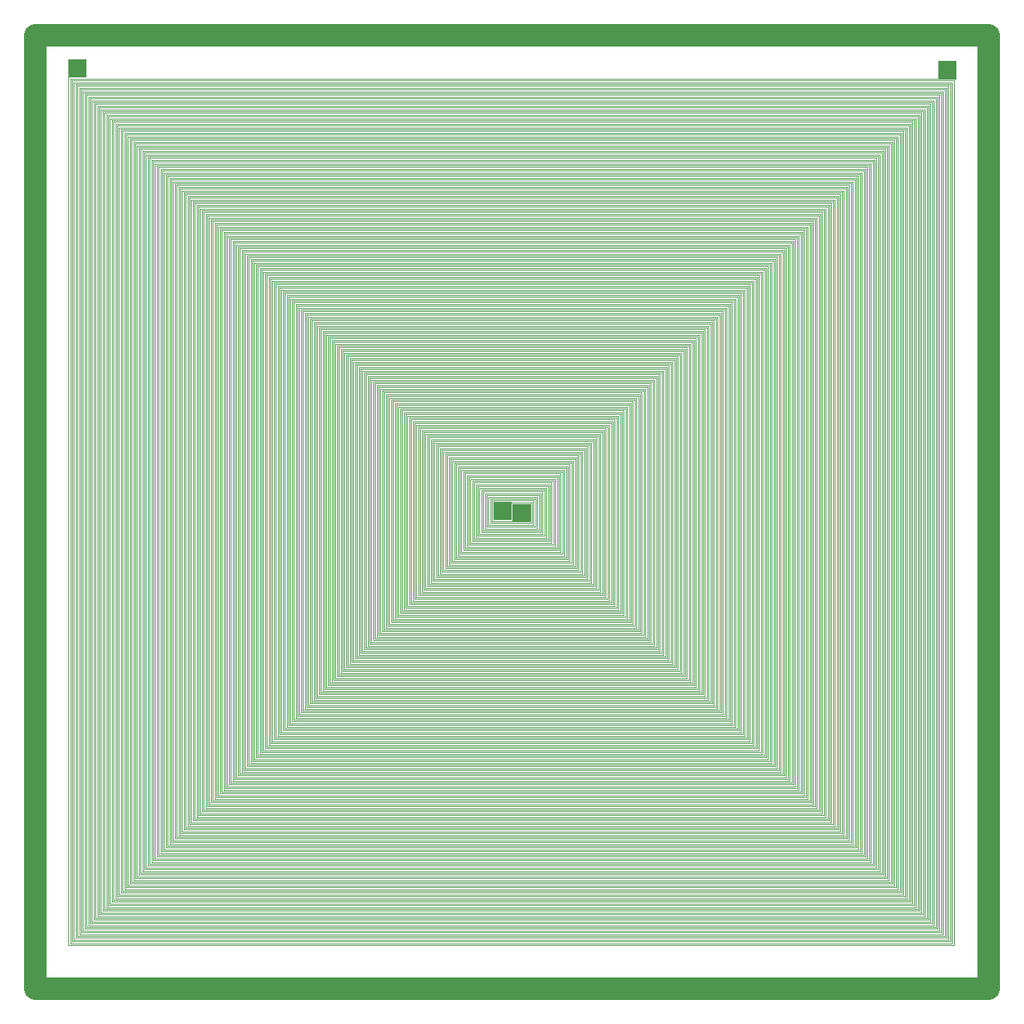
<source format=gbr>
G04 start of page 2 for group 0 idx 0 *
G04 Title: (unknown), component *
G04 Creator: pcb 1.99y *
G04 CreationDate: Mon Mar  9 18:38:28 2009 UTC *
G04 For: dj *
G04 Format: Gerber/RS-274X *
G04 PCB-Dimensions: 432800 432800 *
G04 PCB-Coordinate-Origin: lower left *
%MOIN*%
%FSLAX25Y25*%
%LNFRONT*%
%ADD11C,0.0040*%
%ADD12C,0.1000*%
%ADD13C,0.0200*%
%ADD14C,0.0300*%
G54D11*X386000Y50600D02*Y381400D01*
X386800Y49800D02*Y382200D01*
X387600Y49000D02*Y383000D01*
X388400Y48200D02*Y383800D01*
X389200Y47400D02*Y384600D01*
X390000Y46600D02*Y385400D01*
X390800Y45800D02*Y386200D01*
X391600Y45000D02*Y387000D01*
X392400Y44200D02*Y387800D01*
X393200Y43400D02*Y388600D01*
X394000Y42600D02*Y389400D01*
X394800Y41800D02*Y390200D01*
X395600Y41000D02*Y391000D01*
X396400Y40200D02*Y391800D01*
X397200Y39400D02*Y392600D01*
X398000Y38600D02*Y393400D01*
X398800Y37800D02*Y394200D01*
X399600Y37000D02*Y395000D01*
X400400Y36200D02*Y395800D01*
X401200Y35400D02*Y396600D01*
X402000Y34600D02*Y397400D01*
X402800Y33800D02*Y398200D01*
X403600Y33000D02*Y399000D01*
X404400Y32200D02*Y399800D01*
X405200Y31400D02*Y400600D01*
X406000Y30600D02*Y401400D01*
X406800Y29800D02*Y402200D01*
X407600Y29000D02*Y403000D01*
X408400Y28200D02*Y403800D01*
X409200Y27400D02*Y404600D01*
X410000Y26600D02*Y405400D01*
X410800Y25800D02*Y406200D01*
X411600Y25000D02*Y407000D01*
X412400Y24200D02*Y407800D01*
G54D12*X427800Y5000D02*Y427800D01*
G54D11*X170000Y174600D02*Y259000D01*
X169200Y173800D02*Y259800D01*
X168400Y173000D02*Y260600D01*
X167600Y172200D02*Y261400D01*
X166800Y171400D02*Y262200D01*
X166000Y170600D02*Y263000D01*
X165200Y169800D02*Y263800D01*
X164400Y169000D02*Y264600D01*
X163600Y168200D02*Y265400D01*
X162800Y167400D02*Y266200D01*
X162000Y166600D02*Y267000D01*
X161200Y165800D02*Y267800D01*
X160400Y165000D02*Y268600D01*
X159600Y164200D02*Y269400D01*
X158800Y163400D02*Y270200D01*
X158000Y162600D02*Y271000D01*
X157200Y161800D02*Y271800D01*
X156400Y161000D02*Y272600D01*
X155600Y160200D02*Y273400D01*
X154800Y159400D02*Y274200D01*
X154000Y158600D02*Y275000D01*
X153200Y157800D02*Y275800D01*
X152400Y157000D02*Y276600D01*
X151600Y156200D02*Y277400D01*
X150800Y155400D02*Y278200D01*
X150000Y154600D02*Y279000D01*
X149200Y153800D02*Y279800D01*
X148400Y153000D02*Y280600D01*
X147600Y152200D02*Y281400D01*
X146800Y151400D02*Y282200D01*
X146000Y150600D02*Y283000D01*
X145200Y149800D02*Y283800D01*
X144400Y149000D02*Y284600D01*
X143600Y148200D02*Y285400D01*
X142800Y147400D02*Y286200D01*
X142000Y146600D02*Y287000D01*
X141200Y145800D02*Y287800D01*
X140400Y145000D02*Y288600D01*
X139600Y144200D02*Y289400D01*
X138800Y143400D02*Y290200D01*
X138000Y142600D02*Y291000D01*
X137200Y141800D02*Y291800D01*
X136400Y141000D02*Y292600D01*
X135600Y140200D02*Y293400D01*
X134800Y139400D02*Y294200D01*
X134000Y138600D02*Y295000D01*
X133200Y137800D02*Y295800D01*
X132400Y137000D02*Y296600D01*
X189200Y193800D02*Y239800D01*
X188400Y193000D02*Y240600D01*
X187600Y192200D02*Y241400D01*
X186800Y191400D02*Y242200D01*
X186000Y190600D02*Y243000D01*
X185200Y189800D02*Y243800D01*
X184400Y189000D02*Y244600D01*
X183600Y188200D02*Y245400D01*
G54D12*X5000Y5000D02*X427800D01*
G54D11*X182800Y187400D02*Y246200D01*
X182000Y186600D02*Y247000D01*
X181200Y185800D02*Y247800D01*
X180400Y185000D02*Y248600D01*
X179600Y184200D02*Y249400D01*
X178800Y183400D02*Y250200D01*
X178000Y182600D02*Y251000D01*
X177200Y181800D02*Y251800D01*
X176400Y181000D02*Y252600D01*
X175600Y180200D02*Y253400D01*
X174800Y179400D02*Y254200D01*
X174000Y178600D02*Y255000D01*
X173200Y177800D02*Y255800D01*
X172400Y177000D02*Y256600D01*
X171600Y176200D02*Y257400D01*
X170800Y175400D02*Y258200D01*
X46800Y382200D02*X386800D01*
X46000Y383000D02*X387600D01*
X45200Y383800D02*X388400D01*
X44400Y384600D02*X389200D01*
X43600Y385400D02*X390000D01*
X42800Y386200D02*X390800D01*
X42000Y387000D02*X391600D01*
X41200Y387800D02*X392400D01*
X40400Y388600D02*X393200D01*
X39600Y389400D02*X394000D01*
X38800Y390200D02*X394800D01*
X38000Y391000D02*X395600D01*
X37200Y391800D02*X396400D01*
X36400Y392600D02*X397200D01*
X35600Y393400D02*X398000D01*
X34800Y394200D02*X398800D01*
X34000Y395000D02*X399600D01*
X33200Y395800D02*X400400D01*
X32400Y396600D02*X401200D01*
X31600Y397400D02*X402000D01*
X30800Y398200D02*X402800D01*
X30000Y399000D02*X403600D01*
X29200Y399800D02*X404400D01*
X28400Y400600D02*X405200D01*
X27600Y401400D02*X406000D01*
X26800Y402200D02*X406800D01*
X26000Y403000D02*X407600D01*
X25200Y403800D02*X408400D01*
X24400Y404600D02*X409200D01*
X23600Y405400D02*X410000D01*
X22800Y406200D02*X410800D01*
X22000Y407000D02*X411600D01*
X21200Y407800D02*X412400D01*
X20400Y408600D02*X413200D01*
G54D12*X5000Y427800D02*X427800D01*
G54D11*X155600Y160200D02*X276400D01*
X154800Y159400D02*X277200D01*
X154000Y158600D02*X278000D01*
X153200Y157800D02*X278800D01*
X152400Y157000D02*X279600D01*
X151600Y156200D02*X280400D01*
X150800Y155400D02*X281200D01*
X150000Y154600D02*X282000D01*
X149200Y153800D02*X282800D01*
X148400Y153000D02*X283600D01*
X147600Y152200D02*X284400D01*
X146800Y151400D02*X285200D01*
X146000Y150600D02*X286000D01*
X145200Y149800D02*X286800D01*
X144400Y149000D02*X287600D01*
X143600Y148200D02*X288400D01*
X142800Y147400D02*X289200D01*
X142000Y146600D02*X290000D01*
X141200Y145800D02*X290800D01*
X140400Y145000D02*X291600D01*
X139600Y144200D02*X292400D01*
X138800Y143400D02*X293200D01*
X138000Y142600D02*X294000D01*
X137200Y141800D02*X294800D01*
X136400Y141000D02*X295600D01*
X135600Y140200D02*X296400D01*
X134800Y139400D02*X297200D01*
X134000Y138600D02*X298000D01*
X133200Y137800D02*X298800D01*
X132400Y137000D02*X299600D01*
X131600Y136200D02*X300400D01*
X130800Y135400D02*X301200D01*
X130000Y134600D02*X302000D01*
X129200Y133800D02*X302800D01*
X128400Y133000D02*X303600D01*
X127600Y132200D02*X304400D01*
X126800Y131400D02*X305200D01*
X126000Y130600D02*X306000D01*
X125200Y129800D02*X306800D01*
X124400Y129000D02*X307600D01*
X123600Y128200D02*X308400D01*
X122800Y127400D02*X309200D01*
X122000Y126600D02*X310000D01*
X121200Y125800D02*X310800D01*
X120400Y125000D02*X311600D01*
X119600Y124200D02*X312400D01*
X118800Y123400D02*X313200D01*
X118000Y122600D02*X314000D01*
X117200Y121800D02*X314800D01*
X116400Y121000D02*X315600D01*
X115600Y120200D02*X316400D01*
X114800Y119400D02*X317200D01*
X114000Y118600D02*X318000D01*
X113200Y117800D02*X318800D01*
X112400Y117000D02*X319600D01*
X111600Y116200D02*X320400D01*
X110800Y115400D02*X321200D01*
X110000Y114600D02*X322000D01*
X109200Y113800D02*X322800D01*
X108400Y113000D02*X323600D01*
X107600Y112200D02*X324400D01*
X106800Y111400D02*X325200D01*
X106000Y110600D02*X326000D01*
X105200Y109800D02*X326800D01*
X104400Y109000D02*X327600D01*
X103600Y108200D02*X328400D01*
X102800Y107400D02*X329200D01*
X102000Y106600D02*X330000D01*
X101200Y105800D02*X330800D01*
X100400Y105000D02*X331600D01*
X99600Y104200D02*X332400D01*
X98800Y103400D02*X333200D01*
X98000Y102600D02*X334000D01*
X97200Y101800D02*X334800D01*
X96400Y101000D02*X335600D01*
X95600Y100200D02*X336400D01*
X94800Y99400D02*X337200D01*
X94000Y98600D02*X338000D01*
X93200Y97800D02*X338800D01*
X92400Y97000D02*X339600D01*
X91600Y96200D02*X340400D01*
X90800Y95400D02*X341200D01*
X90000Y94600D02*X342000D01*
X89200Y93800D02*X342800D01*
X88400Y93000D02*X343600D01*
X87600Y92200D02*X344400D01*
X86800Y91400D02*X345200D01*
X86000Y90600D02*X346000D01*
X85200Y89800D02*X346800D01*
X84400Y89000D02*X347600D01*
X83600Y88200D02*X348400D01*
X82800Y87400D02*X349200D01*
X82000Y86600D02*X350000D01*
X81200Y85800D02*X350800D01*
X80400Y85000D02*X351600D01*
X79600Y84200D02*X352400D01*
X78800Y83400D02*X353200D01*
X78000Y82600D02*X354000D01*
X77200Y81800D02*X354800D01*
X76400Y81000D02*X355600D01*
X75600Y80200D02*X356400D01*
X74800Y79400D02*X357200D01*
X74000Y78600D02*X358000D01*
X73200Y77800D02*X358800D01*
X72400Y77000D02*X359600D01*
X71600Y76200D02*X360400D01*
X70800Y75400D02*X361200D01*
X70000Y74600D02*X362000D01*
X69200Y73800D02*X362800D01*
X68400Y73000D02*X363600D01*
X67600Y72200D02*X364400D01*
X66800Y71400D02*X365200D01*
X66000Y70600D02*X366000D01*
X65200Y69800D02*X366800D01*
X64400Y69000D02*X367600D01*
X63600Y68200D02*X368400D01*
X62800Y67400D02*X369200D01*
X62000Y66600D02*X370000D01*
X61200Y65800D02*X370800D01*
X60400Y65000D02*X371600D01*
X59600Y64200D02*X372400D01*
X58800Y63400D02*X373200D01*
X58000Y62600D02*X374000D01*
X57200Y61800D02*X374800D01*
X56400Y61000D02*X375600D01*
X55600Y60200D02*X376400D01*
X54800Y59400D02*X377200D01*
X54000Y58600D02*X378000D01*
X53200Y57800D02*X378800D01*
X52400Y57000D02*X379600D01*
X51600Y56200D02*X380400D01*
X50800Y55400D02*X381200D01*
X50000Y54600D02*X382000D01*
X49200Y53800D02*X382800D01*
X48400Y53000D02*X383600D01*
X47600Y52200D02*X384400D01*
X46800Y51400D02*X385200D01*
X46000Y50600D02*X386000D01*
X45200Y49800D02*X386800D01*
X44400Y49000D02*X387600D01*
X43600Y48200D02*X388400D01*
X42800Y47400D02*X389200D01*
X42000Y46600D02*X390000D01*
X41200Y45800D02*X390800D01*
X40400Y45000D02*X391600D01*
X39600Y44200D02*X392400D01*
X38800Y43400D02*X393200D01*
X38000Y42600D02*X394000D01*
X37200Y41800D02*X394800D01*
X36400Y41000D02*X395600D01*
X35600Y40200D02*X396400D01*
X34800Y39400D02*X397200D01*
X34000Y38600D02*X398000D01*
X33200Y37800D02*X398800D01*
X32400Y37000D02*X399600D01*
X31600Y36200D02*X400400D01*
X30800Y35400D02*X401200D01*
X30000Y34600D02*X402000D01*
X29200Y33800D02*X402800D01*
X28400Y33000D02*X403600D01*
X27600Y32200D02*X404400D01*
X26800Y31400D02*X405200D01*
X26000Y30600D02*X406000D01*
X25200Y29800D02*X406800D01*
X24400Y29000D02*X407600D01*
X23600Y28200D02*X408400D01*
X22800Y27400D02*X409200D01*
X22000Y26600D02*X410000D01*
X21200Y25800D02*X410800D01*
X20400Y25000D02*X411600D01*
X19600Y24200D02*X412400D01*
X131600Y136200D02*Y297400D01*
X130800Y135400D02*Y298200D01*
X130000Y134600D02*Y299000D01*
X129200Y133800D02*Y299800D01*
X128400Y133000D02*Y300600D01*
X127600Y132200D02*Y301400D01*
X126800Y131400D02*Y302200D01*
X126000Y130600D02*Y303000D01*
X125200Y129800D02*Y303800D01*
X124400Y129000D02*Y304600D01*
X123600Y128200D02*Y305400D01*
X122800Y127400D02*Y306200D01*
X122000Y126600D02*Y307000D01*
X121200Y125800D02*Y307800D01*
X120400Y125000D02*Y308600D01*
X119600Y124200D02*Y309400D01*
X118800Y123400D02*Y310200D01*
X118000Y122600D02*Y311000D01*
X117200Y121800D02*Y311800D01*
X116400Y121000D02*Y312600D01*
X115600Y120200D02*Y313400D01*
X114800Y119400D02*Y314200D01*
X114000Y118600D02*Y315000D01*
X113200Y117800D02*Y315800D01*
X112400Y117000D02*Y316600D01*
X111600Y116200D02*Y317400D01*
X110800Y115400D02*Y318200D01*
X110000Y114600D02*Y319000D01*
X109200Y113800D02*Y319800D01*
X108400Y113000D02*Y320600D01*
X107600Y112200D02*Y321400D01*
X106800Y111400D02*Y322200D01*
X106000Y110600D02*Y323000D01*
X105200Y109800D02*Y323800D01*
X104400Y109000D02*Y324600D01*
X103600Y108200D02*Y325400D01*
X102800Y107400D02*Y326200D01*
X102000Y106600D02*Y327000D01*
X101200Y105800D02*Y327800D01*
X100400Y105000D02*Y328600D01*
X99600Y104200D02*Y329400D01*
X98800Y103400D02*Y330200D01*
X98000Y102600D02*Y331000D01*
X97200Y101800D02*Y331800D01*
X96400Y101000D02*Y332600D01*
X95600Y100200D02*Y333400D01*
X94800Y99400D02*Y334200D01*
X94000Y98600D02*Y335000D01*
X93200Y97800D02*Y335800D01*
X92400Y97000D02*Y336600D01*
X91600Y96200D02*Y337400D01*
X90800Y95400D02*Y338200D01*
X90000Y94600D02*Y339000D01*
X89200Y93800D02*Y339800D01*
X88400Y93000D02*Y340600D01*
X87600Y92200D02*Y341400D01*
X86800Y91400D02*Y342200D01*
X86000Y90600D02*Y343000D01*
X85200Y89800D02*Y343800D01*
X84400Y89000D02*Y344600D01*
X83600Y88200D02*Y345400D01*
X82800Y87400D02*Y346200D01*
X82000Y86600D02*Y347000D01*
X81200Y85800D02*Y347800D01*
X80400Y85000D02*Y348600D01*
X79600Y84200D02*Y349400D01*
X78800Y83400D02*Y350200D01*
X78000Y82600D02*Y351000D01*
X77200Y81800D02*Y351800D01*
X76400Y81000D02*Y352600D01*
X75600Y80200D02*Y353400D01*
X74800Y79400D02*Y354200D01*
X74000Y78600D02*Y355000D01*
X73200Y77800D02*Y355800D01*
X72400Y77000D02*Y356600D01*
X71600Y76200D02*Y357400D01*
X70800Y75400D02*Y358200D01*
X70000Y74600D02*Y359000D01*
X69200Y73800D02*Y359800D01*
X68400Y73000D02*Y360600D01*
X67600Y72200D02*Y361400D01*
X66800Y71400D02*Y362200D01*
X66000Y70600D02*Y363000D01*
X65200Y69800D02*Y363800D01*
X64400Y69000D02*Y364600D01*
X63600Y68200D02*Y365400D01*
X62800Y67400D02*Y366200D01*
X62000Y66600D02*Y367000D01*
X61200Y65800D02*Y367800D01*
X60400Y65000D02*Y368600D01*
X59600Y64200D02*Y369400D01*
X58800Y63400D02*Y370200D01*
X58000Y62600D02*Y371000D01*
X57200Y61800D02*Y371800D01*
X56400Y61000D02*Y372600D01*
X55600Y60200D02*Y373400D01*
X54800Y59400D02*Y374200D01*
X54000Y58600D02*Y375000D01*
X53200Y57800D02*Y375800D01*
X52400Y57000D02*Y376600D01*
X51600Y56200D02*Y377400D01*
X50800Y55400D02*Y378200D01*
X50000Y54600D02*Y379000D01*
X49200Y53800D02*Y379800D01*
X48400Y53000D02*Y380600D01*
X47600Y52200D02*Y381400D01*
X46800Y51400D02*Y382200D01*
X46000Y50600D02*Y383000D01*
X45200Y49800D02*Y383800D01*
X44400Y49000D02*Y384600D01*
X43600Y48200D02*Y385400D01*
X42800Y47400D02*Y386200D01*
X42000Y46600D02*Y387000D01*
X41200Y45800D02*Y387800D01*
X40400Y45000D02*Y388600D01*
X39600Y44200D02*Y389400D01*
X38800Y43400D02*Y390200D01*
X38000Y42600D02*Y391000D01*
X37200Y41800D02*Y391800D01*
X36400Y41000D02*Y392600D01*
X35600Y40200D02*Y393400D01*
X34800Y39400D02*Y394200D01*
X34000Y38600D02*Y395000D01*
X33200Y37800D02*Y395800D01*
X32400Y37000D02*Y396600D01*
X31600Y36200D02*Y397400D01*
X30800Y35400D02*Y398200D01*
X30000Y34600D02*Y399000D01*
X29200Y33800D02*Y399800D01*
X28400Y33000D02*Y400600D01*
X27600Y32200D02*Y401400D01*
X26800Y31400D02*Y402200D01*
X26000Y30600D02*Y403000D01*
X25200Y29800D02*Y403800D01*
X24400Y29000D02*Y404600D01*
X23600Y28200D02*Y405400D01*
X22800Y27400D02*Y406200D01*
X22000Y26600D02*Y407000D01*
X21200Y25800D02*Y407800D01*
X20400Y25000D02*Y408600D01*
X19600Y24200D02*Y409400D01*
G54D12*X5000Y5000D02*Y427800D01*
G54D11*X206000Y210600D02*Y223000D01*
X205200Y209800D02*Y223800D01*
X204400Y209000D02*Y224600D01*
X203600Y208200D02*Y225400D01*
X202800Y207400D02*Y226200D01*
X202000Y206600D02*Y227000D01*
X201200Y205800D02*Y227800D01*
X200400Y205000D02*Y228600D01*
X199600Y204200D02*Y229400D01*
X198800Y203400D02*Y230200D01*
X198000Y202600D02*Y231000D01*
X197200Y201800D02*Y231800D01*
X196400Y201000D02*Y232600D01*
X195600Y200200D02*Y233400D01*
X194800Y199400D02*Y234200D01*
X194000Y198600D02*Y235000D01*
X193200Y197800D02*Y235800D01*
X192400Y197000D02*Y236600D01*
X191600Y196200D02*Y237400D01*
X190800Y195400D02*Y238200D01*
X190000Y194600D02*Y239000D01*
X206800Y222200D02*X226800D01*
X206000Y223000D02*X227600D01*
X205200Y223800D02*X228400D01*
X204400Y224600D02*X229200D01*
X203600Y225400D02*X230000D01*
X202800Y226200D02*X230800D01*
X202000Y227000D02*X231600D01*
X201200Y227800D02*X232400D01*
X200400Y228600D02*X233200D01*
X199600Y229400D02*X234000D01*
X198800Y230200D02*X234800D01*
X198000Y231000D02*X235600D01*
X197200Y231800D02*X236400D01*
X196400Y232600D02*X237200D01*
X195600Y233400D02*X238000D01*
X194800Y234200D02*X238800D01*
X194000Y235000D02*X239600D01*
X193200Y235800D02*X240400D01*
X192400Y236600D02*X241200D01*
X191600Y237400D02*X242000D01*
X190800Y238200D02*X242800D01*
X190000Y239000D02*X243600D01*
X189200Y239800D02*X244400D01*
X188400Y240600D02*X245200D01*
X187600Y241400D02*X246000D01*
X186800Y242200D02*X246800D01*
X186000Y243000D02*X247600D01*
X138000Y291000D02*X295600D01*
X137200Y291800D02*X296400D01*
X136400Y292600D02*X297200D01*
X135600Y293400D02*X298000D01*
X134800Y294200D02*X298800D01*
X134000Y295000D02*X299600D01*
X133200Y295800D02*X300400D01*
X132400Y296600D02*X301200D01*
X131600Y297400D02*X302000D01*
X130800Y298200D02*X302800D01*
X130000Y299000D02*X303600D01*
X129200Y299800D02*X304400D01*
X128400Y300600D02*X305200D01*
X127600Y301400D02*X306000D01*
X126800Y302200D02*X306800D01*
X126000Y303000D02*X307600D01*
X125200Y303800D02*X308400D01*
X124400Y304600D02*X309200D01*
X123600Y305400D02*X310000D01*
X122800Y306200D02*X310800D01*
X122000Y307000D02*X311600D01*
X121200Y307800D02*X312400D01*
X120400Y308600D02*X313200D01*
X119600Y309400D02*X314000D01*
X118800Y310200D02*X314800D01*
X118000Y311000D02*X315600D01*
X117200Y311800D02*X316400D01*
X116400Y312600D02*X317200D01*
X115600Y313400D02*X318000D01*
X114800Y314200D02*X318800D01*
X114000Y315000D02*X319600D01*
X113200Y315800D02*X320400D01*
X112400Y316600D02*X321200D01*
X111600Y317400D02*X322000D01*
X110800Y318200D02*X322800D01*
X110000Y319000D02*X323600D01*
X109200Y319800D02*X324400D01*
X108400Y320600D02*X325200D01*
X107600Y321400D02*X326000D01*
X106800Y322200D02*X326800D01*
X106000Y323000D02*X327600D01*
X105200Y323800D02*X328400D01*
X104400Y324600D02*X329200D01*
X103600Y325400D02*X330000D01*
X102800Y326200D02*X330800D01*
X102000Y327000D02*X331600D01*
X101200Y327800D02*X332400D01*
X100400Y328600D02*X333200D01*
X99600Y329400D02*X334000D01*
X98800Y330200D02*X334800D01*
X98000Y331000D02*X335600D01*
X97200Y331800D02*X336400D01*
X96400Y332600D02*X337200D01*
X95600Y333400D02*X338000D01*
X94800Y334200D02*X338800D01*
X94000Y335000D02*X339600D01*
X93200Y335800D02*X340400D01*
X92400Y336600D02*X341200D01*
X91600Y337400D02*X342000D01*
X90800Y338200D02*X342800D01*
X90000Y339000D02*X343600D01*
X89200Y339800D02*X344400D01*
X88400Y340600D02*X345200D01*
X87600Y341400D02*X346000D01*
X86800Y342200D02*X346800D01*
X86000Y343000D02*X347600D01*
X85200Y343800D02*X348400D01*
X84400Y344600D02*X349200D01*
X83600Y345400D02*X350000D01*
X82800Y346200D02*X350800D01*
X82000Y347000D02*X351600D01*
X81200Y347800D02*X352400D01*
X80400Y348600D02*X353200D01*
X79600Y349400D02*X354000D01*
X78800Y350200D02*X354800D01*
X78000Y351000D02*X355600D01*
X77200Y351800D02*X356400D01*
X76400Y352600D02*X357200D01*
X75600Y353400D02*X358000D01*
X74800Y354200D02*X358800D01*
X74000Y355000D02*X359600D01*
X73200Y355800D02*X360400D01*
X72400Y356600D02*X361200D01*
X71600Y357400D02*X362000D01*
X70800Y358200D02*X362800D01*
X70000Y359000D02*X363600D01*
X69200Y359800D02*X364400D01*
X68400Y360600D02*X365200D01*
X67600Y361400D02*X366000D01*
X66800Y362200D02*X366800D01*
X66000Y363000D02*X367600D01*
X65200Y363800D02*X368400D01*
X64400Y364600D02*X369200D01*
X63600Y365400D02*X370000D01*
X62800Y366200D02*X370800D01*
X62000Y367000D02*X371600D01*
X61200Y367800D02*X372400D01*
X60400Y368600D02*X373200D01*
X59600Y369400D02*X374000D01*
X58800Y370200D02*X374800D01*
X58000Y371000D02*X375600D01*
X57200Y371800D02*X376400D01*
X56400Y372600D02*X377200D01*
X55600Y373400D02*X378000D01*
X54800Y374200D02*X378800D01*
X54000Y375000D02*X379600D01*
X53200Y375800D02*X380400D01*
X52400Y376600D02*X381200D01*
X51600Y377400D02*X382000D01*
X50800Y378200D02*X382800D01*
X50000Y379000D02*X383600D01*
X49200Y379800D02*X384400D01*
X48400Y380600D02*X385200D01*
X47600Y381400D02*X386000D01*
X206000Y210600D02*X226000D01*
X205200Y209800D02*X226800D01*
X204400Y209000D02*X227600D01*
X226000Y210600D02*Y221400D01*
X226800Y209800D02*Y222200D01*
X227600Y209000D02*Y223000D01*
X228400Y208200D02*Y223800D01*
X229200Y207400D02*Y224600D01*
X230000Y206600D02*Y225400D01*
X203600Y208200D02*X228400D01*
X202800Y207400D02*X229200D01*
X202000Y206600D02*X230000D01*
X201200Y205800D02*X230800D01*
X207600Y212200D02*Y221400D01*
X208400Y220600D02*X225200D01*
X206800Y211400D02*Y222200D01*
X207600Y221400D02*X226000D01*
X207600Y212200D02*X224400D01*
Y219800D01*
X206800Y211400D02*X225200D01*
Y220600D01*
X230800Y205800D02*Y226200D01*
X200400Y205000D02*X231600D01*
X245200Y191400D02*Y240600D01*
X246000Y190600D02*Y241400D01*
X246800Y189800D02*Y242200D01*
X247600Y189000D02*Y243000D01*
X248400Y188200D02*Y243800D01*
X249200Y187400D02*Y244600D01*
X250000Y186600D02*Y245400D01*
X250800Y185800D02*Y246200D01*
X251600Y185000D02*Y247000D01*
X252400Y184200D02*Y247800D01*
X253200Y183400D02*Y248600D01*
X254000Y182600D02*Y249400D01*
X254800Y181800D02*Y250200D01*
X255600Y181000D02*Y251000D01*
X256400Y180200D02*Y251800D01*
X257200Y179400D02*Y252600D01*
X258000Y178600D02*Y253400D01*
X258800Y177800D02*Y254200D01*
X259600Y177000D02*Y255000D01*
X260400Y176200D02*Y255800D01*
X261200Y175400D02*Y256600D01*
X262000Y174600D02*Y257400D01*
X262800Y173800D02*Y258200D01*
X263600Y173000D02*Y259000D01*
X264400Y172200D02*Y259800D01*
X265200Y171400D02*Y260600D01*
X266000Y170600D02*Y261400D01*
X266800Y169800D02*Y262200D01*
X267600Y169000D02*Y263000D01*
X268400Y168200D02*Y263800D01*
X269200Y167400D02*Y264600D01*
X270000Y166600D02*Y265400D01*
X270800Y165800D02*Y266200D01*
X271600Y165000D02*Y267000D01*
X272400Y164200D02*Y267800D01*
X273200Y163400D02*Y268600D01*
X274000Y162600D02*Y269400D01*
X274800Y161800D02*Y270200D01*
X231600Y205000D02*Y227000D01*
X232400Y204200D02*Y227800D01*
X233200Y203400D02*Y228600D01*
X234000Y202600D02*Y229400D01*
X234800Y201800D02*Y230200D01*
X235600Y201000D02*Y231000D01*
X236400Y200200D02*Y231800D01*
X237200Y199400D02*Y232600D01*
X238000Y198600D02*Y233400D01*
X238800Y197800D02*Y234200D01*
X239600Y197000D02*Y235000D01*
X240400Y196200D02*Y235800D01*
X241200Y195400D02*Y236600D01*
X242000Y194600D02*Y237400D01*
X242800Y193800D02*Y238200D01*
X243600Y193000D02*Y239000D01*
X244400Y192200D02*Y239800D01*
X199600Y204200D02*X232400D01*
X198800Y203400D02*X233200D01*
X198000Y202600D02*X234000D01*
X197200Y201800D02*X234800D01*
X196400Y201000D02*X235600D01*
X195600Y200200D02*X236400D01*
X194800Y199400D02*X237200D01*
X194000Y198600D02*X238000D01*
X193200Y197800D02*X238800D01*
X192400Y197000D02*X239600D01*
X191600Y196200D02*X240400D01*
X190800Y195400D02*X241200D01*
X190000Y194600D02*X242000D01*
X189200Y193800D02*X242800D01*
X188400Y193000D02*X243600D01*
X187600Y192200D02*X244400D01*
X186800Y191400D02*X245200D01*
X186000Y190600D02*X246000D01*
X185200Y189800D02*X246800D01*
X184400Y189000D02*X247600D01*
X183600Y188200D02*X248400D01*
X182800Y187400D02*X249200D01*
X182000Y186600D02*X250000D01*
X181200Y185800D02*X250800D01*
X180400Y185000D02*X251600D01*
X179600Y184200D02*X252400D01*
X178800Y183400D02*X253200D01*
X178000Y182600D02*X254000D01*
X177200Y181800D02*X254800D01*
X176400Y181000D02*X255600D01*
X175600Y180200D02*X256400D01*
X174800Y179400D02*X257200D01*
X174000Y178600D02*X258000D01*
X173200Y177800D02*X258800D01*
X172400Y177000D02*X259600D01*
X171600Y176200D02*X260400D01*
X170800Y175400D02*X261200D01*
X170000Y174600D02*X262000D01*
X169200Y173800D02*X262800D01*
X168400Y173000D02*X263600D01*
X167600Y172200D02*X264400D01*
X166800Y171400D02*X265200D01*
X166000Y170600D02*X266000D01*
X165200Y169800D02*X266800D01*
X164400Y169000D02*X267600D01*
X163600Y168200D02*X268400D01*
X162800Y167400D02*X269200D01*
X162000Y166600D02*X270000D01*
X161200Y165800D02*X270800D01*
X160400Y165000D02*X271600D01*
X159600Y164200D02*X272400D01*
X158800Y163400D02*X273200D01*
X158000Y162600D02*X274000D01*
X157200Y161800D02*X274800D01*
X156400Y161000D02*X275600D01*
X185200Y243800D02*X248400D01*
X184400Y244600D02*X249200D01*
X183600Y245400D02*X250000D01*
X182800Y246200D02*X250800D01*
X182000Y247000D02*X251600D01*
X181200Y247800D02*X252400D01*
X180400Y248600D02*X253200D01*
X179600Y249400D02*X254000D01*
X178800Y250200D02*X254800D01*
X178000Y251000D02*X255600D01*
X177200Y251800D02*X256400D01*
X176400Y252600D02*X257200D01*
X175600Y253400D02*X258000D01*
X174800Y254200D02*X258800D01*
X174000Y255000D02*X259600D01*
X173200Y255800D02*X260400D01*
X172400Y256600D02*X261200D01*
X171600Y257400D02*X262000D01*
X170800Y258200D02*X262800D01*
X170000Y259000D02*X263600D01*
X169200Y259800D02*X264400D01*
X168400Y260600D02*X265200D01*
X167600Y261400D02*X266000D01*
X166800Y262200D02*X266800D01*
X166000Y263000D02*X267600D01*
X165200Y263800D02*X268400D01*
X164400Y264600D02*X269200D01*
X163600Y265400D02*X270000D01*
X162800Y266200D02*X270800D01*
X162000Y267000D02*X271600D01*
X161200Y267800D02*X272400D01*
X160400Y268600D02*X273200D01*
X159600Y269400D02*X274000D01*
X158800Y270200D02*X274800D01*
X158000Y271000D02*X275600D01*
X157200Y271800D02*X276400D01*
X156400Y272600D02*X277200D01*
X155600Y273400D02*X278000D01*
X154800Y274200D02*X278800D01*
X154000Y275000D02*X279600D01*
X153200Y275800D02*X280400D01*
X152400Y276600D02*X281200D01*
X151600Y277400D02*X282000D01*
X150800Y278200D02*X282800D01*
X150000Y279000D02*X283600D01*
X149200Y279800D02*X284400D01*
X148400Y280600D02*X285200D01*
X147600Y281400D02*X286000D01*
X146800Y282200D02*X286800D01*
X146000Y283000D02*X287600D01*
X145200Y283800D02*X288400D01*
X144400Y284600D02*X289200D01*
X143600Y285400D02*X290000D01*
X142800Y286200D02*X290800D01*
X142000Y287000D02*X291600D01*
X141200Y287800D02*X292400D01*
X140400Y288600D02*X293200D01*
X139600Y289400D02*X294000D01*
X138800Y290200D02*X294800D01*
X275600Y161000D02*Y271000D01*
X276400Y160200D02*Y271800D01*
X277200Y159400D02*Y272600D01*
X278000Y158600D02*Y273400D01*
X278800Y157800D02*Y274200D01*
X279600Y157000D02*Y275000D01*
X280400Y156200D02*Y275800D01*
X281200Y155400D02*Y276600D01*
X282000Y154600D02*Y277400D01*
X282800Y153800D02*Y278200D01*
X283600Y153000D02*Y279000D01*
X284400Y152200D02*Y279800D01*
X285200Y151400D02*Y280600D01*
X286000Y150600D02*Y281400D01*
X286800Y149800D02*Y282200D01*
X287600Y149000D02*Y283000D01*
X288400Y148200D02*Y283800D01*
X289200Y147400D02*Y284600D01*
X290000Y146600D02*Y285400D01*
X290800Y145800D02*Y286200D01*
X291600Y145000D02*Y287000D01*
X292400Y144200D02*Y287800D01*
X293200Y143400D02*Y288600D01*
X294000Y142600D02*Y289400D01*
X294800Y141800D02*Y290200D01*
X295600Y141000D02*Y291000D01*
X296400Y140200D02*Y291800D01*
X297200Y139400D02*Y292600D01*
X298000Y138600D02*Y293400D01*
X298800Y137800D02*Y294200D01*
X299600Y137000D02*Y295000D01*
X300400Y136200D02*Y295800D01*
X301200Y135400D02*Y296600D01*
X302000Y134600D02*Y297400D01*
X302800Y133800D02*Y298200D01*
X303600Y133000D02*Y299000D01*
X304400Y132200D02*Y299800D01*
X305200Y131400D02*Y300600D01*
X306000Y130600D02*Y301400D01*
X306800Y129800D02*Y302200D01*
X307600Y129000D02*Y303000D01*
X308400Y128200D02*Y303800D01*
X309200Y127400D02*Y304600D01*
X310000Y126600D02*Y305400D01*
X310800Y125800D02*Y306200D01*
X311600Y125000D02*Y307000D01*
X312400Y124200D02*Y307800D01*
X313200Y123400D02*Y308600D01*
X314000Y122600D02*Y309400D01*
X314800Y121800D02*Y310200D01*
X315600Y121000D02*Y311000D01*
X316400Y120200D02*Y311800D01*
X317200Y119400D02*Y312600D01*
X318000Y118600D02*Y313400D01*
X318800Y117800D02*Y314200D01*
X319600Y117000D02*Y315000D01*
X320400Y116200D02*Y315800D01*
X321200Y115400D02*Y316600D01*
X322000Y114600D02*Y317400D01*
X322800Y113800D02*Y318200D01*
X323600Y113000D02*Y319000D01*
X324400Y112200D02*Y319800D01*
X325200Y111400D02*Y320600D01*
X326000Y110600D02*Y321400D01*
X326800Y109800D02*Y322200D01*
X327600Y109000D02*Y323000D01*
X328400Y108200D02*Y323800D01*
X329200Y107400D02*Y324600D01*
X330000Y106600D02*Y325400D01*
X330800Y105800D02*Y326200D01*
X331600Y105000D02*Y327000D01*
X332400Y104200D02*Y327800D01*
X333200Y103400D02*Y328600D01*
X334000Y102600D02*Y329400D01*
X334800Y101800D02*Y330200D01*
X335600Y101000D02*Y331000D01*
X336400Y100200D02*Y331800D01*
X337200Y99400D02*Y332600D01*
X338000Y98600D02*Y333400D01*
X338800Y97800D02*Y334200D01*
X339600Y97000D02*Y335000D01*
X340400Y96200D02*Y335800D01*
X341200Y95400D02*Y336600D01*
X342000Y94600D02*Y337400D01*
X342800Y93800D02*Y338200D01*
X343600Y93000D02*Y339000D01*
X344400Y92200D02*Y339800D01*
X345200Y91400D02*Y340600D01*
X346000Y90600D02*Y341400D01*
X346800Y89800D02*Y342200D01*
X347600Y89000D02*Y343000D01*
X348400Y88200D02*Y343800D01*
X349200Y87400D02*Y344600D01*
X350000Y86600D02*Y345400D01*
X350800Y85800D02*Y346200D01*
X351600Y85000D02*Y347000D01*
X352400Y84200D02*Y347800D01*
X353200Y83400D02*Y348600D01*
X354000Y82600D02*Y349400D01*
X354800Y81800D02*Y350200D01*
X355600Y81000D02*Y351000D01*
X356400Y80200D02*Y351800D01*
X357200Y79400D02*Y352600D01*
X358000Y78600D02*Y353400D01*
X358800Y77800D02*Y354200D01*
X359600Y77000D02*Y355000D01*
X360400Y76200D02*Y355800D01*
X361200Y75400D02*Y356600D01*
X362000Y74600D02*Y357400D01*
X362800Y73800D02*Y358200D01*
X363600Y73000D02*Y359000D01*
X364400Y72200D02*Y359800D01*
X365200Y71400D02*Y360600D01*
X366000Y70600D02*Y361400D01*
X366800Y69800D02*Y362200D01*
X367600Y69000D02*Y363000D01*
X368400Y68200D02*Y363800D01*
X369200Y67400D02*Y364600D01*
X370000Y66600D02*Y365400D01*
X370800Y65800D02*Y366200D01*
X371600Y65000D02*Y367000D01*
X372400Y64200D02*Y367800D01*
X373200Y63400D02*Y368600D01*
X374000Y62600D02*Y369400D01*
X374800Y61800D02*Y370200D01*
X375600Y61000D02*Y371000D01*
X376400Y60200D02*Y371800D01*
X377200Y59400D02*Y372600D01*
X378000Y58600D02*Y373400D01*
X378800Y57800D02*Y374200D01*
X379600Y57000D02*Y375000D01*
X380400Y56200D02*Y375800D01*
X381200Y55400D02*Y376600D01*
X382000Y54600D02*Y377400D01*
X382800Y53800D02*Y378200D01*
X383600Y53000D02*Y379000D01*
X384400Y52200D02*Y379800D01*
X385200Y51400D02*Y380600D01*
G54D13*G36*
X208200Y220800D02*Y212800D01*
X216200D01*
Y220800D01*
X208200D01*
G37*
G36*
X216600Y220000D02*Y212000D01*
X224600D01*
Y220000D01*
X216600D01*
G37*
G36*
X19400Y417200D02*Y409200D01*
X27400D01*
Y417200D01*
X19400D01*
G37*
G36*
X405400Y416400D02*Y408400D01*
X413400D01*
Y416400D01*
X405400D01*
G37*
G54D14*M02*

</source>
